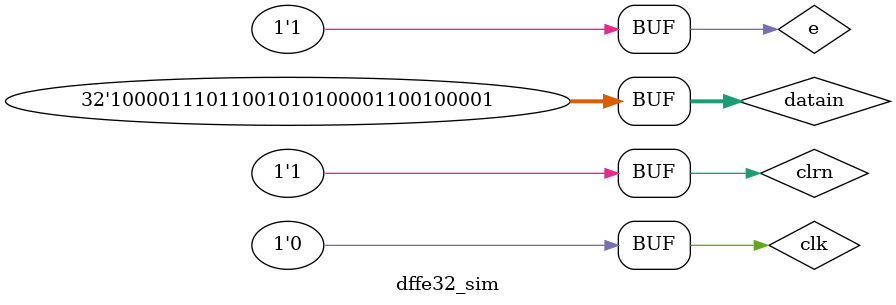
<source format=v>
`timescale 1ns / 1ps


module dffe32_sim();

    reg [31:0] datain;
    reg clk,clrn,e;
    wire [31:0] q;
    dffe32 regdffe(datain,clk,clrn,e,q);

    always 
    begin
        clk=0;
        clrn = 1;
        e=0;
        datain=32'h12345678;
        #20;
        clrn = 0;
        #2
        clrn = 1;
        #2

        //ÔÚ0000h´¦Ð´Êý¾Ý12345678h
       
        #5;
        clk=0;
                e=0;
                datain=32'h12345678;
        #5;
        
        
        //ÔÚ0004h´¦Ð´Êý¾Ý01020304h
        clk=1;

                e=0;
                datain=32'h12345678;
        #5;
        clk=0;
               // clrn = 0;
                e=0;
                datain=32'h12345678;
        #5;
        
        
        //¶Á0000hÊý¾Ý
        clk=1;
                e=1;
                datain=32'h12345678;
        #5;
        clk=0;
                        e=1;
                        datain=32'h12345678;
        #3
                        datain=32'h87654321;
        #2

        clk=1;
                       // e=1;
                        
        #5;
        clk=0;
        #500;
        
    end
endmodule

</source>
